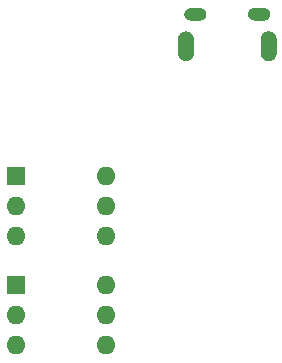
<source format=gbr>
%TF.GenerationSoftware,KiCad,Pcbnew,8.99.0-unknown*%
%TF.CreationDate,2024-04-30T21:24:50-04:00*%
%TF.ProjectId,reflowControl,7265666c-6f77-4436-9f6e-74726f6c2e6b,rev?*%
%TF.SameCoordinates,Original*%
%TF.FileFunction,Soldermask,Bot*%
%TF.FilePolarity,Negative*%
%FSLAX46Y46*%
G04 Gerber Fmt 4.6, Leading zero omitted, Abs format (unit mm)*
G04 Created by KiCad (PCBNEW 8.99.0-unknown) date 2024-04-30 21:24:50*
%MOMM*%
%LPD*%
G01*
G04 APERTURE LIST*
%ADD10C,0.010000*%
%ADD11R,1.600000X1.600000*%
%ADD12O,1.600000X1.600000*%
G04 APERTURE END LIST*
D10*
%TO.C,J1*%
X193819500Y-74555000D02*
X193844500Y-74557000D01*
X193869500Y-74560000D01*
X193893500Y-74564000D01*
X193918500Y-74570000D01*
X193942500Y-74577000D01*
X193965500Y-74586000D01*
X193988500Y-74595000D01*
X194011500Y-74606000D01*
X194032500Y-74618000D01*
X194054500Y-74631000D01*
X194074500Y-74645000D01*
X194094500Y-74660000D01*
X194113500Y-74676000D01*
X194131500Y-74693000D01*
X194148500Y-74711000D01*
X194164500Y-74730000D01*
X194180500Y-74750000D01*
X194194500Y-74771000D01*
X194207500Y-74792000D01*
X194219500Y-74814000D01*
X194229500Y-74836000D01*
X194239500Y-74859000D01*
X194247500Y-74883000D01*
X194254500Y-74907000D01*
X194260500Y-74931000D01*
X194265500Y-74956000D01*
X194268500Y-74980000D01*
X194270500Y-75005000D01*
X194270500Y-75030000D01*
X194270500Y-75055000D01*
X194268500Y-75080000D01*
X194265500Y-75104000D01*
X194260500Y-75129000D01*
X194254500Y-75153000D01*
X194247500Y-75177000D01*
X194239500Y-75201000D01*
X194229500Y-75224000D01*
X194219500Y-75246000D01*
X194207500Y-75268000D01*
X194194500Y-75289000D01*
X194180500Y-75310000D01*
X194164500Y-75330000D01*
X194148500Y-75349000D01*
X194131500Y-75367000D01*
X194113500Y-75384000D01*
X194094500Y-75400000D01*
X194074500Y-75415000D01*
X194054500Y-75429000D01*
X194032500Y-75442000D01*
X194011500Y-75454000D01*
X193988500Y-75465000D01*
X193965500Y-75474000D01*
X193942500Y-75483000D01*
X193918500Y-75490000D01*
X193893500Y-75496000D01*
X193869500Y-75500000D01*
X193844500Y-75503000D01*
X193819500Y-75505000D01*
X193794500Y-75506000D01*
X192970500Y-75506000D01*
X192945500Y-75505000D01*
X192920500Y-75503000D01*
X192895500Y-75500000D01*
X192871500Y-75496000D01*
X192846500Y-75490000D01*
X192822500Y-75483000D01*
X192799500Y-75474000D01*
X192776500Y-75465000D01*
X192753500Y-75454000D01*
X192732500Y-75442000D01*
X192710500Y-75429000D01*
X192690500Y-75415000D01*
X192670500Y-75400000D01*
X192651500Y-75384000D01*
X192633500Y-75367000D01*
X192616500Y-75349000D01*
X192600500Y-75330000D01*
X192584500Y-75310000D01*
X192570500Y-75289000D01*
X192557500Y-75268000D01*
X192545500Y-75246000D01*
X192535500Y-75224000D01*
X192525500Y-75201000D01*
X192517500Y-75177000D01*
X192510500Y-75153000D01*
X192504500Y-75129000D01*
X192499500Y-75104000D01*
X192496500Y-75080000D01*
X192494500Y-75055000D01*
X192494500Y-75030000D01*
X192494500Y-75005000D01*
X192496500Y-74980000D01*
X192499500Y-74956000D01*
X192504500Y-74931000D01*
X192510500Y-74907000D01*
X192517500Y-74883000D01*
X192525500Y-74859000D01*
X192535500Y-74836000D01*
X192545500Y-74814000D01*
X192557500Y-74792000D01*
X192570500Y-74771000D01*
X192584500Y-74750000D01*
X192600500Y-74730000D01*
X192616500Y-74711000D01*
X192633500Y-74693000D01*
X192651500Y-74676000D01*
X192670500Y-74660000D01*
X192690500Y-74645000D01*
X192710500Y-74631000D01*
X192732500Y-74618000D01*
X192753500Y-74606000D01*
X192776500Y-74595000D01*
X192799500Y-74586000D01*
X192822500Y-74577000D01*
X192846500Y-74570000D01*
X192871500Y-74564000D01*
X192895500Y-74560000D01*
X192920500Y-74557000D01*
X192945500Y-74555000D01*
X192970500Y-74554000D01*
X193794500Y-74554000D01*
X193819500Y-74555000D01*
G36*
X193819500Y-74555000D02*
G01*
X193844500Y-74557000D01*
X193869500Y-74560000D01*
X193893500Y-74564000D01*
X193918500Y-74570000D01*
X193942500Y-74577000D01*
X193965500Y-74586000D01*
X193988500Y-74595000D01*
X194011500Y-74606000D01*
X194032500Y-74618000D01*
X194054500Y-74631000D01*
X194074500Y-74645000D01*
X194094500Y-74660000D01*
X194113500Y-74676000D01*
X194131500Y-74693000D01*
X194148500Y-74711000D01*
X194164500Y-74730000D01*
X194180500Y-74750000D01*
X194194500Y-74771000D01*
X194207500Y-74792000D01*
X194219500Y-74814000D01*
X194229500Y-74836000D01*
X194239500Y-74859000D01*
X194247500Y-74883000D01*
X194254500Y-74907000D01*
X194260500Y-74931000D01*
X194265500Y-74956000D01*
X194268500Y-74980000D01*
X194270500Y-75005000D01*
X194270500Y-75030000D01*
X194270500Y-75055000D01*
X194268500Y-75080000D01*
X194265500Y-75104000D01*
X194260500Y-75129000D01*
X194254500Y-75153000D01*
X194247500Y-75177000D01*
X194239500Y-75201000D01*
X194229500Y-75224000D01*
X194219500Y-75246000D01*
X194207500Y-75268000D01*
X194194500Y-75289000D01*
X194180500Y-75310000D01*
X194164500Y-75330000D01*
X194148500Y-75349000D01*
X194131500Y-75367000D01*
X194113500Y-75384000D01*
X194094500Y-75400000D01*
X194074500Y-75415000D01*
X194054500Y-75429000D01*
X194032500Y-75442000D01*
X194011500Y-75454000D01*
X193988500Y-75465000D01*
X193965500Y-75474000D01*
X193942500Y-75483000D01*
X193918500Y-75490000D01*
X193893500Y-75496000D01*
X193869500Y-75500000D01*
X193844500Y-75503000D01*
X193819500Y-75505000D01*
X193794500Y-75506000D01*
X192970500Y-75506000D01*
X192945500Y-75505000D01*
X192920500Y-75503000D01*
X192895500Y-75500000D01*
X192871500Y-75496000D01*
X192846500Y-75490000D01*
X192822500Y-75483000D01*
X192799500Y-75474000D01*
X192776500Y-75465000D01*
X192753500Y-75454000D01*
X192732500Y-75442000D01*
X192710500Y-75429000D01*
X192690500Y-75415000D01*
X192670500Y-75400000D01*
X192651500Y-75384000D01*
X192633500Y-75367000D01*
X192616500Y-75349000D01*
X192600500Y-75330000D01*
X192584500Y-75310000D01*
X192570500Y-75289000D01*
X192557500Y-75268000D01*
X192545500Y-75246000D01*
X192535500Y-75224000D01*
X192525500Y-75201000D01*
X192517500Y-75177000D01*
X192510500Y-75153000D01*
X192504500Y-75129000D01*
X192499500Y-75104000D01*
X192496500Y-75080000D01*
X192494500Y-75055000D01*
X192494500Y-75030000D01*
X192494500Y-75005000D01*
X192496500Y-74980000D01*
X192499500Y-74956000D01*
X192504500Y-74931000D01*
X192510500Y-74907000D01*
X192517500Y-74883000D01*
X192525500Y-74859000D01*
X192535500Y-74836000D01*
X192545500Y-74814000D01*
X192557500Y-74792000D01*
X192570500Y-74771000D01*
X192584500Y-74750000D01*
X192600500Y-74730000D01*
X192616500Y-74711000D01*
X192633500Y-74693000D01*
X192651500Y-74676000D01*
X192670500Y-74660000D01*
X192690500Y-74645000D01*
X192710500Y-74631000D01*
X192732500Y-74618000D01*
X192753500Y-74606000D01*
X192776500Y-74595000D01*
X192799500Y-74586000D01*
X192822500Y-74577000D01*
X192846500Y-74570000D01*
X192871500Y-74564000D01*
X192895500Y-74560000D01*
X192920500Y-74557000D01*
X192945500Y-74555000D01*
X192970500Y-74554000D01*
X193794500Y-74554000D01*
X193819500Y-74555000D01*
G37*
X188419500Y-74555000D02*
X188444500Y-74557000D01*
X188469500Y-74560000D01*
X188493500Y-74564000D01*
X188518500Y-74570000D01*
X188542500Y-74577000D01*
X188565500Y-74586000D01*
X188588500Y-74595000D01*
X188611500Y-74606000D01*
X188632500Y-74618000D01*
X188654500Y-74631000D01*
X188674500Y-74645000D01*
X188694500Y-74660000D01*
X188713500Y-74676000D01*
X188731500Y-74693000D01*
X188748500Y-74711000D01*
X188764500Y-74730000D01*
X188780500Y-74750000D01*
X188794500Y-74771000D01*
X188807500Y-74792000D01*
X188819500Y-74814000D01*
X188829500Y-74836000D01*
X188839500Y-74859000D01*
X188847500Y-74883000D01*
X188854500Y-74907000D01*
X188860500Y-74931000D01*
X188865500Y-74956000D01*
X188868500Y-74980000D01*
X188870500Y-75005000D01*
X188870500Y-75030000D01*
X188870500Y-75055000D01*
X188868500Y-75080000D01*
X188865500Y-75104000D01*
X188860500Y-75129000D01*
X188854500Y-75153000D01*
X188847500Y-75177000D01*
X188839500Y-75201000D01*
X188829500Y-75224000D01*
X188819500Y-75246000D01*
X188807500Y-75268000D01*
X188794500Y-75289000D01*
X188780500Y-75310000D01*
X188764500Y-75330000D01*
X188748500Y-75349000D01*
X188731500Y-75367000D01*
X188713500Y-75384000D01*
X188694500Y-75400000D01*
X188674500Y-75415000D01*
X188654500Y-75429000D01*
X188632500Y-75442000D01*
X188611500Y-75454000D01*
X188588500Y-75465000D01*
X188565500Y-75474000D01*
X188542500Y-75483000D01*
X188518500Y-75490000D01*
X188493500Y-75496000D01*
X188469500Y-75500000D01*
X188444500Y-75503000D01*
X188419500Y-75505000D01*
X188394500Y-75506000D01*
X187570500Y-75506000D01*
X187545500Y-75505000D01*
X187520500Y-75503000D01*
X187495500Y-75500000D01*
X187471500Y-75496000D01*
X187446500Y-75490000D01*
X187422500Y-75483000D01*
X187399500Y-75474000D01*
X187376500Y-75465000D01*
X187353500Y-75454000D01*
X187331500Y-75442000D01*
X187310500Y-75429000D01*
X187290500Y-75415000D01*
X187270500Y-75400000D01*
X187251500Y-75384000D01*
X187233500Y-75367000D01*
X187216500Y-75349000D01*
X187200500Y-75330000D01*
X187184500Y-75310000D01*
X187170500Y-75289000D01*
X187157500Y-75268000D01*
X187145500Y-75246000D01*
X187135500Y-75224000D01*
X187125500Y-75201000D01*
X187117500Y-75177000D01*
X187110500Y-75153000D01*
X187104500Y-75129000D01*
X187099500Y-75104000D01*
X187096500Y-75080000D01*
X187094500Y-75055000D01*
X187094500Y-75030000D01*
X187094500Y-75005000D01*
X187096500Y-74980000D01*
X187099500Y-74956000D01*
X187104500Y-74931000D01*
X187110500Y-74907000D01*
X187117500Y-74883000D01*
X187125500Y-74859000D01*
X187135500Y-74836000D01*
X187145500Y-74814000D01*
X187157500Y-74792000D01*
X187170500Y-74771000D01*
X187184500Y-74750000D01*
X187200500Y-74730000D01*
X187216500Y-74711000D01*
X187233500Y-74693000D01*
X187251500Y-74676000D01*
X187270500Y-74660000D01*
X187290500Y-74645000D01*
X187310500Y-74631000D01*
X187332500Y-74618000D01*
X187353500Y-74606000D01*
X187376500Y-74595000D01*
X187399500Y-74586000D01*
X187422500Y-74577000D01*
X187446500Y-74570000D01*
X187471500Y-74564000D01*
X187495500Y-74560000D01*
X187520500Y-74557000D01*
X187545500Y-74555000D01*
X187570500Y-74554000D01*
X188394500Y-74554000D01*
X188419500Y-74555000D01*
G36*
X188419500Y-74555000D02*
G01*
X188444500Y-74557000D01*
X188469500Y-74560000D01*
X188493500Y-74564000D01*
X188518500Y-74570000D01*
X188542500Y-74577000D01*
X188565500Y-74586000D01*
X188588500Y-74595000D01*
X188611500Y-74606000D01*
X188632500Y-74618000D01*
X188654500Y-74631000D01*
X188674500Y-74645000D01*
X188694500Y-74660000D01*
X188713500Y-74676000D01*
X188731500Y-74693000D01*
X188748500Y-74711000D01*
X188764500Y-74730000D01*
X188780500Y-74750000D01*
X188794500Y-74771000D01*
X188807500Y-74792000D01*
X188819500Y-74814000D01*
X188829500Y-74836000D01*
X188839500Y-74859000D01*
X188847500Y-74883000D01*
X188854500Y-74907000D01*
X188860500Y-74931000D01*
X188865500Y-74956000D01*
X188868500Y-74980000D01*
X188870500Y-75005000D01*
X188870500Y-75030000D01*
X188870500Y-75055000D01*
X188868500Y-75080000D01*
X188865500Y-75104000D01*
X188860500Y-75129000D01*
X188854500Y-75153000D01*
X188847500Y-75177000D01*
X188839500Y-75201000D01*
X188829500Y-75224000D01*
X188819500Y-75246000D01*
X188807500Y-75268000D01*
X188794500Y-75289000D01*
X188780500Y-75310000D01*
X188764500Y-75330000D01*
X188748500Y-75349000D01*
X188731500Y-75367000D01*
X188713500Y-75384000D01*
X188694500Y-75400000D01*
X188674500Y-75415000D01*
X188654500Y-75429000D01*
X188632500Y-75442000D01*
X188611500Y-75454000D01*
X188588500Y-75465000D01*
X188565500Y-75474000D01*
X188542500Y-75483000D01*
X188518500Y-75490000D01*
X188493500Y-75496000D01*
X188469500Y-75500000D01*
X188444500Y-75503000D01*
X188419500Y-75505000D01*
X188394500Y-75506000D01*
X187570500Y-75506000D01*
X187545500Y-75505000D01*
X187520500Y-75503000D01*
X187495500Y-75500000D01*
X187471500Y-75496000D01*
X187446500Y-75490000D01*
X187422500Y-75483000D01*
X187399500Y-75474000D01*
X187376500Y-75465000D01*
X187353500Y-75454000D01*
X187331500Y-75442000D01*
X187310500Y-75429000D01*
X187290500Y-75415000D01*
X187270500Y-75400000D01*
X187251500Y-75384000D01*
X187233500Y-75367000D01*
X187216500Y-75349000D01*
X187200500Y-75330000D01*
X187184500Y-75310000D01*
X187170500Y-75289000D01*
X187157500Y-75268000D01*
X187145500Y-75246000D01*
X187135500Y-75224000D01*
X187125500Y-75201000D01*
X187117500Y-75177000D01*
X187110500Y-75153000D01*
X187104500Y-75129000D01*
X187099500Y-75104000D01*
X187096500Y-75080000D01*
X187094500Y-75055000D01*
X187094500Y-75030000D01*
X187094500Y-75005000D01*
X187096500Y-74980000D01*
X187099500Y-74956000D01*
X187104500Y-74931000D01*
X187110500Y-74907000D01*
X187117500Y-74883000D01*
X187125500Y-74859000D01*
X187135500Y-74836000D01*
X187145500Y-74814000D01*
X187157500Y-74792000D01*
X187170500Y-74771000D01*
X187184500Y-74750000D01*
X187200500Y-74730000D01*
X187216500Y-74711000D01*
X187233500Y-74693000D01*
X187251500Y-74676000D01*
X187270500Y-74660000D01*
X187290500Y-74645000D01*
X187310500Y-74631000D01*
X187332500Y-74618000D01*
X187353500Y-74606000D01*
X187376500Y-74595000D01*
X187399500Y-74586000D01*
X187422500Y-74577000D01*
X187446500Y-74570000D01*
X187471500Y-74564000D01*
X187495500Y-74560000D01*
X187520500Y-74557000D01*
X187545500Y-74555000D01*
X187570500Y-74554000D01*
X188394500Y-74554000D01*
X188419500Y-74555000D01*
G37*
X194215500Y-76517000D02*
X194249500Y-76520000D01*
X194282500Y-76524000D01*
X194315500Y-76530000D01*
X194347500Y-76538000D01*
X194379500Y-76548000D01*
X194411500Y-76559000D01*
X194442500Y-76572000D01*
X194472500Y-76586000D01*
X194501500Y-76602000D01*
X194530500Y-76620000D01*
X194557500Y-76638000D01*
X194584500Y-76659000D01*
X194609500Y-76681000D01*
X194633500Y-76704000D01*
X194656500Y-76728000D01*
X194678500Y-76753000D01*
X194699500Y-76780000D01*
X194717500Y-76807000D01*
X194735500Y-76836000D01*
X194751500Y-76865000D01*
X194765500Y-76895000D01*
X194778500Y-76926000D01*
X194789500Y-76958000D01*
X194799500Y-76990000D01*
X194807500Y-77022000D01*
X194813500Y-77055000D01*
X194817500Y-77088000D01*
X194820500Y-77122000D01*
X194820500Y-77155000D01*
X194820500Y-78305000D01*
X194820500Y-78338000D01*
X194817500Y-78372000D01*
X194813500Y-78405000D01*
X194807500Y-78438000D01*
X194799500Y-78470000D01*
X194789500Y-78502000D01*
X194778500Y-78534000D01*
X194765500Y-78565000D01*
X194751500Y-78595000D01*
X194735500Y-78624000D01*
X194717500Y-78653000D01*
X194699500Y-78680000D01*
X194678500Y-78707000D01*
X194656500Y-78732000D01*
X194633500Y-78756000D01*
X194609500Y-78779000D01*
X194584500Y-78801000D01*
X194557500Y-78822000D01*
X194530500Y-78840000D01*
X194501500Y-78858000D01*
X194472500Y-78874000D01*
X194442500Y-78888000D01*
X194411500Y-78901000D01*
X194379500Y-78912000D01*
X194347500Y-78922000D01*
X194315500Y-78930000D01*
X194282500Y-78936000D01*
X194249500Y-78940000D01*
X194215500Y-78943000D01*
X194182500Y-78944000D01*
X194149500Y-78943000D01*
X194115500Y-78940000D01*
X194082500Y-78936000D01*
X194049500Y-78930000D01*
X194017500Y-78922000D01*
X193985500Y-78912000D01*
X193953500Y-78901000D01*
X193922500Y-78888000D01*
X193892500Y-78874000D01*
X193863500Y-78858000D01*
X193834500Y-78840000D01*
X193807500Y-78822000D01*
X193780500Y-78801000D01*
X193755500Y-78779000D01*
X193731500Y-78756000D01*
X193708500Y-78732000D01*
X193686500Y-78707000D01*
X193665500Y-78680000D01*
X193647500Y-78653000D01*
X193629500Y-78624000D01*
X193613500Y-78595000D01*
X193599500Y-78565000D01*
X193586500Y-78534000D01*
X193575500Y-78502000D01*
X193565500Y-78470000D01*
X193557500Y-78438000D01*
X193551500Y-78405000D01*
X193547500Y-78372000D01*
X193544500Y-78338000D01*
X193543500Y-78305000D01*
X193543500Y-77155000D01*
X193544500Y-77122000D01*
X193547500Y-77088000D01*
X193551500Y-77055000D01*
X193557500Y-77022000D01*
X193565500Y-76990000D01*
X193575500Y-76958000D01*
X193586500Y-76926000D01*
X193599500Y-76895000D01*
X193613500Y-76865000D01*
X193629500Y-76836000D01*
X193647500Y-76807000D01*
X193665500Y-76780000D01*
X193686500Y-76753000D01*
X193708500Y-76728000D01*
X193731500Y-76704000D01*
X193755500Y-76681000D01*
X193780500Y-76659000D01*
X193807500Y-76638000D01*
X193834500Y-76620000D01*
X193863500Y-76602000D01*
X193892500Y-76586000D01*
X193922500Y-76572000D01*
X193953500Y-76559000D01*
X193985500Y-76548000D01*
X194017500Y-76538000D01*
X194049500Y-76530000D01*
X194082500Y-76524000D01*
X194115500Y-76520000D01*
X194149500Y-76517000D01*
X194182500Y-76517000D01*
X194182500Y-76516500D01*
X194215500Y-76517000D01*
G36*
X194215500Y-76517000D02*
G01*
X194249500Y-76520000D01*
X194282500Y-76524000D01*
X194315500Y-76530000D01*
X194347500Y-76538000D01*
X194379500Y-76548000D01*
X194411500Y-76559000D01*
X194442500Y-76572000D01*
X194472500Y-76586000D01*
X194501500Y-76602000D01*
X194530500Y-76620000D01*
X194557500Y-76638000D01*
X194584500Y-76659000D01*
X194609500Y-76681000D01*
X194633500Y-76704000D01*
X194656500Y-76728000D01*
X194678500Y-76753000D01*
X194699500Y-76780000D01*
X194717500Y-76807000D01*
X194735500Y-76836000D01*
X194751500Y-76865000D01*
X194765500Y-76895000D01*
X194778500Y-76926000D01*
X194789500Y-76958000D01*
X194799500Y-76990000D01*
X194807500Y-77022000D01*
X194813500Y-77055000D01*
X194817500Y-77088000D01*
X194820500Y-77122000D01*
X194820500Y-77155000D01*
X194820500Y-78305000D01*
X194820500Y-78338000D01*
X194817500Y-78372000D01*
X194813500Y-78405000D01*
X194807500Y-78438000D01*
X194799500Y-78470000D01*
X194789500Y-78502000D01*
X194778500Y-78534000D01*
X194765500Y-78565000D01*
X194751500Y-78595000D01*
X194735500Y-78624000D01*
X194717500Y-78653000D01*
X194699500Y-78680000D01*
X194678500Y-78707000D01*
X194656500Y-78732000D01*
X194633500Y-78756000D01*
X194609500Y-78779000D01*
X194584500Y-78801000D01*
X194557500Y-78822000D01*
X194530500Y-78840000D01*
X194501500Y-78858000D01*
X194472500Y-78874000D01*
X194442500Y-78888000D01*
X194411500Y-78901000D01*
X194379500Y-78912000D01*
X194347500Y-78922000D01*
X194315500Y-78930000D01*
X194282500Y-78936000D01*
X194249500Y-78940000D01*
X194215500Y-78943000D01*
X194182500Y-78944000D01*
X194149500Y-78943000D01*
X194115500Y-78940000D01*
X194082500Y-78936000D01*
X194049500Y-78930000D01*
X194017500Y-78922000D01*
X193985500Y-78912000D01*
X193953500Y-78901000D01*
X193922500Y-78888000D01*
X193892500Y-78874000D01*
X193863500Y-78858000D01*
X193834500Y-78840000D01*
X193807500Y-78822000D01*
X193780500Y-78801000D01*
X193755500Y-78779000D01*
X193731500Y-78756000D01*
X193708500Y-78732000D01*
X193686500Y-78707000D01*
X193665500Y-78680000D01*
X193647500Y-78653000D01*
X193629500Y-78624000D01*
X193613500Y-78595000D01*
X193599500Y-78565000D01*
X193586500Y-78534000D01*
X193575500Y-78502000D01*
X193565500Y-78470000D01*
X193557500Y-78438000D01*
X193551500Y-78405000D01*
X193547500Y-78372000D01*
X193544500Y-78338000D01*
X193543500Y-78305000D01*
X193543500Y-77155000D01*
X193544500Y-77122000D01*
X193547500Y-77088000D01*
X193551500Y-77055000D01*
X193557500Y-77022000D01*
X193565500Y-76990000D01*
X193575500Y-76958000D01*
X193586500Y-76926000D01*
X193599500Y-76895000D01*
X193613500Y-76865000D01*
X193629500Y-76836000D01*
X193647500Y-76807000D01*
X193665500Y-76780000D01*
X193686500Y-76753000D01*
X193708500Y-76728000D01*
X193731500Y-76704000D01*
X193755500Y-76681000D01*
X193780500Y-76659000D01*
X193807500Y-76638000D01*
X193834500Y-76620000D01*
X193863500Y-76602000D01*
X193892500Y-76586000D01*
X193922500Y-76572000D01*
X193953500Y-76559000D01*
X193985500Y-76548000D01*
X194017500Y-76538000D01*
X194049500Y-76530000D01*
X194082500Y-76524000D01*
X194115500Y-76520000D01*
X194149500Y-76517000D01*
X194182500Y-76517000D01*
X194182500Y-76516500D01*
X194215500Y-76517000D01*
G37*
X187249500Y-76520000D02*
X187282500Y-76524000D01*
X187315500Y-76530000D01*
X187347500Y-76538000D01*
X187379500Y-76548000D01*
X187411500Y-76559000D01*
X187442500Y-76572000D01*
X187472500Y-76586000D01*
X187501500Y-76602000D01*
X187530500Y-76620000D01*
X187557500Y-76638000D01*
X187584500Y-76659000D01*
X187609500Y-76681000D01*
X187633500Y-76704000D01*
X187656500Y-76728000D01*
X187678500Y-76753000D01*
X187699500Y-76780000D01*
X187717500Y-76807000D01*
X187735500Y-76836000D01*
X187751500Y-76865000D01*
X187765500Y-76895000D01*
X187778500Y-76926000D01*
X187789500Y-76958000D01*
X187799500Y-76990000D01*
X187807500Y-77022000D01*
X187813500Y-77055000D01*
X187817500Y-77088000D01*
X187820500Y-77122000D01*
X187821500Y-77155000D01*
X187821000Y-77155000D01*
X187821500Y-78305000D01*
X187820500Y-78338000D01*
X187817500Y-78372000D01*
X187813500Y-78405000D01*
X187807500Y-78438000D01*
X187799500Y-78470000D01*
X187789500Y-78502000D01*
X187778500Y-78534000D01*
X187765500Y-78565000D01*
X187751500Y-78595000D01*
X187735500Y-78624000D01*
X187717500Y-78653000D01*
X187699500Y-78680000D01*
X187678500Y-78707000D01*
X187656500Y-78732000D01*
X187633500Y-78756000D01*
X187609500Y-78779000D01*
X187584500Y-78801000D01*
X187557500Y-78822000D01*
X187530500Y-78840000D01*
X187501500Y-78858000D01*
X187472500Y-78874000D01*
X187442500Y-78888000D01*
X187411500Y-78901000D01*
X187379500Y-78912000D01*
X187347500Y-78922000D01*
X187315500Y-78930000D01*
X187282500Y-78936000D01*
X187249500Y-78940000D01*
X187215500Y-78943000D01*
X187182500Y-78944000D01*
X187149500Y-78943000D01*
X187115500Y-78940000D01*
X187082500Y-78936000D01*
X187049500Y-78930000D01*
X187017500Y-78922000D01*
X186985500Y-78912000D01*
X186953500Y-78901000D01*
X186922500Y-78888000D01*
X186892500Y-78874000D01*
X186863500Y-78858000D01*
X186834500Y-78840000D01*
X186807500Y-78822000D01*
X186780500Y-78801000D01*
X186755500Y-78779000D01*
X186731500Y-78756000D01*
X186708500Y-78732000D01*
X186686500Y-78707000D01*
X186665500Y-78680000D01*
X186647500Y-78653000D01*
X186629500Y-78624000D01*
X186613500Y-78595000D01*
X186599500Y-78565000D01*
X186586500Y-78534000D01*
X186575500Y-78502000D01*
X186565500Y-78470000D01*
X186557500Y-78438000D01*
X186551500Y-78405000D01*
X186547500Y-78372000D01*
X186544500Y-78338000D01*
X186544500Y-78305000D01*
X186544500Y-77155000D01*
X186544500Y-77122000D01*
X186547500Y-77088000D01*
X186551500Y-77055000D01*
X186557500Y-77022000D01*
X186565500Y-76990000D01*
X186575500Y-76958000D01*
X186586500Y-76926000D01*
X186599500Y-76895000D01*
X186613500Y-76865000D01*
X186629500Y-76836000D01*
X186647500Y-76807000D01*
X186665500Y-76780000D01*
X186686500Y-76753000D01*
X186708500Y-76728000D01*
X186731500Y-76704000D01*
X186755500Y-76681000D01*
X186780500Y-76659000D01*
X186807500Y-76638000D01*
X186834500Y-76620000D01*
X186863500Y-76602000D01*
X186892500Y-76586000D01*
X186922500Y-76572000D01*
X186953500Y-76559000D01*
X186985500Y-76548000D01*
X187017500Y-76538000D01*
X187049500Y-76530000D01*
X187082500Y-76524000D01*
X187115500Y-76520000D01*
X187149500Y-76517000D01*
X187182500Y-76517000D01*
X187215500Y-76517000D01*
X187249500Y-76520000D01*
G36*
X187249500Y-76520000D02*
G01*
X187282500Y-76524000D01*
X187315500Y-76530000D01*
X187347500Y-76538000D01*
X187379500Y-76548000D01*
X187411500Y-76559000D01*
X187442500Y-76572000D01*
X187472500Y-76586000D01*
X187501500Y-76602000D01*
X187530500Y-76620000D01*
X187557500Y-76638000D01*
X187584500Y-76659000D01*
X187609500Y-76681000D01*
X187633500Y-76704000D01*
X187656500Y-76728000D01*
X187678500Y-76753000D01*
X187699500Y-76780000D01*
X187717500Y-76807000D01*
X187735500Y-76836000D01*
X187751500Y-76865000D01*
X187765500Y-76895000D01*
X187778500Y-76926000D01*
X187789500Y-76958000D01*
X187799500Y-76990000D01*
X187807500Y-77022000D01*
X187813500Y-77055000D01*
X187817500Y-77088000D01*
X187820500Y-77122000D01*
X187821500Y-77155000D01*
X187821000Y-77155000D01*
X187821500Y-78305000D01*
X187820500Y-78338000D01*
X187817500Y-78372000D01*
X187813500Y-78405000D01*
X187807500Y-78438000D01*
X187799500Y-78470000D01*
X187789500Y-78502000D01*
X187778500Y-78534000D01*
X187765500Y-78565000D01*
X187751500Y-78595000D01*
X187735500Y-78624000D01*
X187717500Y-78653000D01*
X187699500Y-78680000D01*
X187678500Y-78707000D01*
X187656500Y-78732000D01*
X187633500Y-78756000D01*
X187609500Y-78779000D01*
X187584500Y-78801000D01*
X187557500Y-78822000D01*
X187530500Y-78840000D01*
X187501500Y-78858000D01*
X187472500Y-78874000D01*
X187442500Y-78888000D01*
X187411500Y-78901000D01*
X187379500Y-78912000D01*
X187347500Y-78922000D01*
X187315500Y-78930000D01*
X187282500Y-78936000D01*
X187249500Y-78940000D01*
X187215500Y-78943000D01*
X187182500Y-78944000D01*
X187149500Y-78943000D01*
X187115500Y-78940000D01*
X187082500Y-78936000D01*
X187049500Y-78930000D01*
X187017500Y-78922000D01*
X186985500Y-78912000D01*
X186953500Y-78901000D01*
X186922500Y-78888000D01*
X186892500Y-78874000D01*
X186863500Y-78858000D01*
X186834500Y-78840000D01*
X186807500Y-78822000D01*
X186780500Y-78801000D01*
X186755500Y-78779000D01*
X186731500Y-78756000D01*
X186708500Y-78732000D01*
X186686500Y-78707000D01*
X186665500Y-78680000D01*
X186647500Y-78653000D01*
X186629500Y-78624000D01*
X186613500Y-78595000D01*
X186599500Y-78565000D01*
X186586500Y-78534000D01*
X186575500Y-78502000D01*
X186565500Y-78470000D01*
X186557500Y-78438000D01*
X186551500Y-78405000D01*
X186547500Y-78372000D01*
X186544500Y-78338000D01*
X186544500Y-78305000D01*
X186544500Y-77155000D01*
X186544500Y-77122000D01*
X186547500Y-77088000D01*
X186551500Y-77055000D01*
X186557500Y-77022000D01*
X186565500Y-76990000D01*
X186575500Y-76958000D01*
X186586500Y-76926000D01*
X186599500Y-76895000D01*
X186613500Y-76865000D01*
X186629500Y-76836000D01*
X186647500Y-76807000D01*
X186665500Y-76780000D01*
X186686500Y-76753000D01*
X186708500Y-76728000D01*
X186731500Y-76704000D01*
X186755500Y-76681000D01*
X186780500Y-76659000D01*
X186807500Y-76638000D01*
X186834500Y-76620000D01*
X186863500Y-76602000D01*
X186892500Y-76586000D01*
X186922500Y-76572000D01*
X186953500Y-76559000D01*
X186985500Y-76548000D01*
X187017500Y-76538000D01*
X187049500Y-76530000D01*
X187082500Y-76524000D01*
X187115500Y-76520000D01*
X187149500Y-76517000D01*
X187182500Y-76517000D01*
X187215500Y-76517000D01*
X187249500Y-76520000D01*
G37*
%TD*%
D11*
%TO.C,U6*%
X172852500Y-97975000D03*
D12*
X172852500Y-100515000D03*
X172852500Y-103055000D03*
X180472500Y-103055000D03*
X180472500Y-100515000D03*
X180472500Y-97975000D03*
%TD*%
D11*
%TO.C,U3*%
X172852500Y-88775000D03*
D12*
X172852500Y-91315000D03*
X172852500Y-93855000D03*
X180472500Y-93855000D03*
X180472500Y-91315000D03*
X180472500Y-88775000D03*
%TD*%
M02*

</source>
